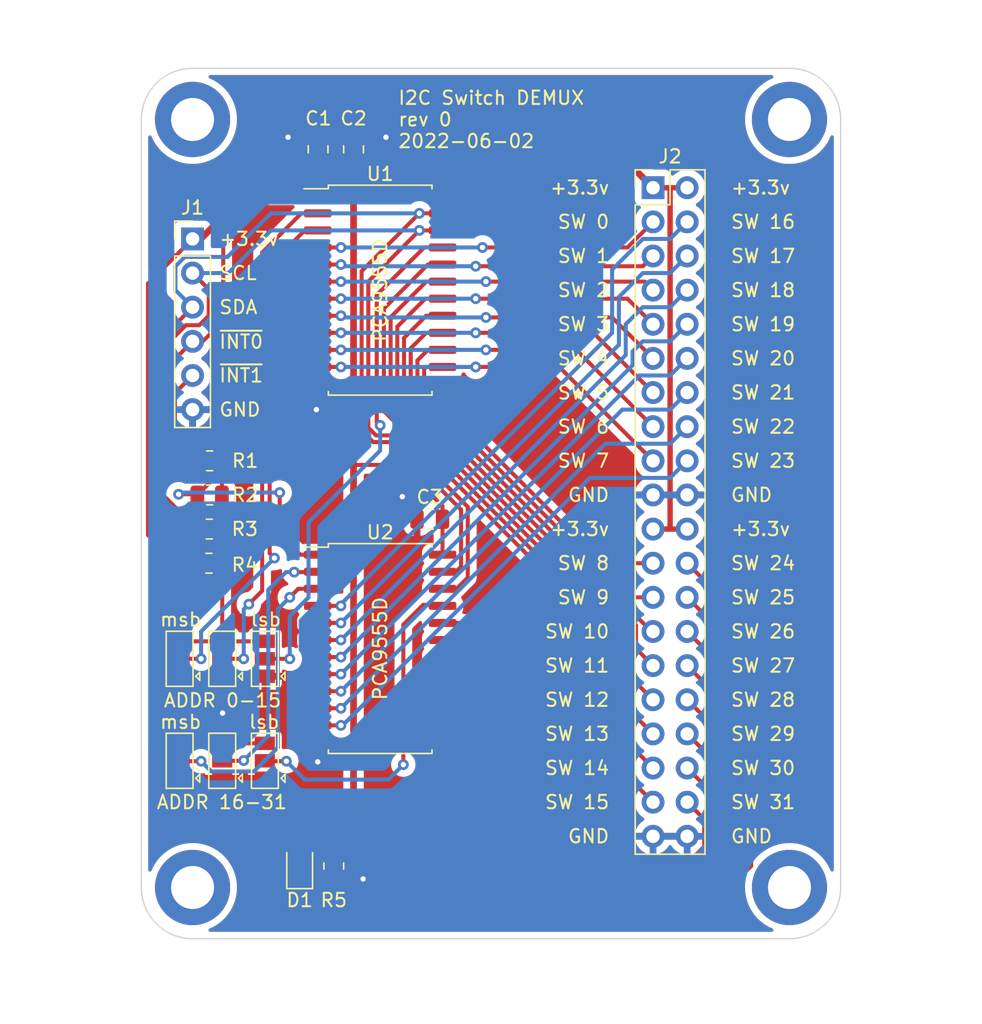
<source format=kicad_pcb>
(kicad_pcb (version 20211014) (generator pcbnew)
  (title_block (title "Switch MUX Breakout Board") (date "2022-06-02") (rev "0") (comment 2 "I2C switch mux") (comment 3 "Breakout board for prototyping functionality") (comment 4 "Drawn by: Jordan Aceto"))
  (layers (0 "F.Cu" signal) (31 "B.Cu" signal) (34 "B.Paste" user) (35 "F.Paste" user) (36 "B.SilkS" user "B.Silkscreen") (37 "F.SilkS" user "F.Silkscreen") (38 "B.Mask" user) (39 "F.Mask" user) (44 "Edge.Cuts" user))
  (net 0 "")
  (net 1 "Net-(D1-Pad1)")
  (net 2 "/SCL")
  (net 3 "/SDA")
  (net 4 "/~{INT 0-15}")
  (net 5 "/~{INT 16-31}")
  (net 6 "/A0 0-15")
  (net 7 "/A1 0-15")
  (net 8 "/A2 0-15")
  (net 9 "/A0 16-31")
  (net 10 "/SW0")
  (net 11 "/SW16")
  (net 12 "/SW1")
  (net 13 "/SW17")
  (net 14 "/SW2")
  (net 15 "/SW18")
  (net 16 "/SW3")
  (net 17 "/SW19")
  (net 18 "/SW4")
  (net 19 "/SW20")
  (net 20 "/SW5")
  (net 21 "/SW21")
  (net 22 "/SW6")
  (net 23 "/SW22")
  (net 24 "/SW7")
  (net 25 "/SW23")
  (net 26 "/SW8")
  (net 27 "/SW24")
  (net 28 "/SW9")
  (net 29 "/SW25")
  (net 30 "/SW10")
  (net 31 "/SW26")
  (net 32 "/SW11")
  (net 33 "/SW27")
  (net 34 "/SW12")
  (net 35 "/SW28")
  (net 36 "/SW13")
  (net 37 "/SW29")
  (net 38 "/SW14")
  (net 39 "/SW30")
  (net 40 "/SW15")
  (net 41 "/SW31")
  (net 42 "/A1 16-31")
  (net 43 "/A2 16-31")
  (net 44 "+3V3")
  (net 45 "GND")
  (footprint "Jumper:SolderJumper-3_P1.3mm_Open_Pad1.0x1.5mm" (layer "F.Cu") (at 119.6848 99.822 90)
    (fp_text reference "JP4" hide)
    (fp_text value "SolderJumper_3_Open")
  )
  (footprint "Capacitor_SMD:C_0805_2012Metric" (layer "F.Cu") (at 123.6472 61.91 90)
    (fp_text reference "C1")
    (fp_text value "10u")
  )
  (footprint "LED_SMD:LED_0805_2012Metric" (layer "F.Cu") (at 122.2756 115.2398 90)
    (fp_text reference "D1")
    (fp_text value "LED")
  )
  (footprint "Resistor_SMD:R_0805_2012Metric" (layer "F.Cu") (at 115.57 85.09 180)
    (fp_text reference "R1")
    (fp_text value "10k")
  )
  (footprint "Jumper:SolderJumper-3_P1.3mm_Open_Pad1.0x1.5mm" (layer "F.Cu") (at 116.5098 99.822 90)
    (fp_text reference "JP3" hide)
    (fp_text value "SolderJumper_3_Open")
  )
  (footprint "Connector_PinHeader_2.54mm:PinHeader_1x06_P2.54mm_Vertical" (layer "F.Cu") (at 114.3 68.58)
    (fp_text reference "J1")
    (fp_text value "rpi_port")
  )
  (footprint "Package_SO:SOIC-24W_7.5x15.4mm_P1.27mm" (layer "F.Cu") (at 128.27 99.06)
    (fp_text reference "U2")
    (fp_text value "PCA9555D")
  )
  (footprint "Jumper:SolderJumper-3_P1.3mm_Open_Pad1.0x1.5mm" (layer "F.Cu") (at 119.6848 107.412 90)
    (fp_text reference "JP7" hide)
    (fp_text value "SolderJumper_3_Open")
  )
  (footprint "MountingHole:MountingHole_3.2mm_M3_DIN965_Pad" (layer "F.Cu") (at 158.75 59.69)
    (fp_text reference "REF**" hide)
    (fp_text value "MountingHole_3.2mm_M3_DIN965_Pad")
  )
  (footprint "Resistor_SMD:R_0805_2012Metric" (layer "F.Cu") (at 115.57 87.63 180)
    (fp_text reference "R2")
    (fp_text value "10k")
  )
  (footprint "Capacitor_SMD:C_0805_2012Metric" (layer "F.Cu") (at 131.9632 89.4334 180)
    (fp_text reference "C3")
    (fp_text value "100n")
  )
  (footprint "MountingHole:MountingHole_3.2mm_M3_DIN965_Pad" (layer "F.Cu") (at 158.75 116.84)
    (fp_text reference "REF**" hide)
    (fp_text value "MountingHole_3.2mm_M3_DIN965_Pad")
  )
  (footprint "Jumper:SolderJumper-3_P1.3mm_Open_Pad1.0x1.5mm" (layer "F.Cu") (at 113.3348 99.822 90)
    (fp_text reference "JP2" hide)
    (fp_text value "SolderJumper_3_Open")
  )
  (footprint "Resistor_SMD:R_0805_2012Metric" (layer "F.Cu") (at 124.8156 115.2421 -90)
    (fp_text reference "R5")
    (fp_text value "10k")
  )
  (footprint "Resistor_SMD:R_0805_2012Metric" (layer "F.Cu") (at 115.523 92.71 180)
    (fp_text reference "R4")
    (fp_text value "10k")
  )
  (footprint "MountingHole:MountingHole_3.2mm_M3_DIN965_Pad" (layer "F.Cu") (at 114.3 116.84)
    (fp_text reference "REF**" hide)
    (fp_text value "MountingHole_3.2mm_M3_DIN965_Pad")
  )
  (footprint "Capacitor_SMD:C_0805_2012Metric" (layer "F.Cu") (at 126.2888 61.91 90)
    (fp_text reference "C2")
    (fp_text value "100n")
  )
  (footprint "Resistor_SMD:R_0805_2012Metric" (layer "F.Cu") (at 115.5465 90.17 180)
    (fp_text reference "R3")
    (fp_text value "10k")
  )
  (footprint "Jumper:SolderJumper-3_P1.3mm_Open_Pad1.0x1.5mm" (layer "F.Cu") (at 113.3348 107.412 90)
    (fp_text reference "JP5" hide)
    (fp_text value "SolderJumper_3_Open")
  )
  (footprint "Package_SO:SOIC-24W_7.5x15.4mm_P1.27mm" (layer "F.Cu") (at 128.27 72.39)
    (fp_text reference "U1")
    (fp_text value "PCA9555D")
  )
  (footprint "Jumper:SolderJumper-3_P1.3mm_Open_Pad1.0x1.5mm" (layer "F.Cu") (at 116.5098 107.412 90)
    (fp_text reference "JP6" hide)
    (fp_text value "SolderJumper_3_Open")
  )
  (footprint "Connector_PinHeader_2.54mm:PinHeader_2x20_P2.54mm_Vertical" (layer "F.Cu") (at 148.59 64.77)
    (fp_text reference "J2")
    (fp_text value "LED_header")
  )
  (footprint "MountingHole:MountingHole_3.2mm_M3_DIN965_Pad" (layer "F.Cu") (at 114.3 59.69)
    (fp_text reference "REF**" hide)
    (fp_text value "MountingHole_3.2mm_M3_DIN965_Pad")
  )
  (gr_arc (start 110.489999 59.689999) (mid 111.605922 56.995922) (end 114.299999 55.879999) (layer "Edge.Cuts") (width 0.1))
  (gr_line (start 114.299999 55.88) (end 158.75 55.880001) (layer "Edge.Cuts") (width 0.1))
  (gr_arc (start 114.299997 120.649997) (mid 111.605923 119.534073) (end 110.489997 116.839997) (layer "Edge.Cuts") (width 0.1))
  (gr_line (start 162.559997 116.84) (end 162.56 59.69) (layer "Edge.Cuts") (width 0.1))
  (gr_line (start 114.299997 120.649997) (end 158.749998 120.649998) (layer "Edge.Cuts") (width 0.1))
  (gr_line (start 110.489997 116.839997) (end 110.489999 59.689999) (layer "Edge.Cuts") (width 0.1))
  (gr_arc (start 158.75 55.88) (mid 161.444077 56.995923) (end 162.56 59.69) (layer "Edge.Cuts") (width 0.1))
  (gr_arc (start 162.559997 116.84) (mid 161.444074 119.534076) (end 158.749997 120.65) (layer "Edge.Cuts") (width 0.1))
  (gr_text "GND" (at 116.205 81.28) (layer "F.SilkS") (effects (font (size 1 1)) (justify left)))
  (gr_text "SW 10" (at 145.415 97.79) (layer "F.SilkS") (effects (font (size 1 1)) (justify right)))
  (gr_text "msb" (at 113.411 104.521) (layer "F.SilkS") (effects (font (size 1 1))))
  (gr_text "SW 25" (at 154.305 95.25) (layer "F.SilkS") (effects (font (size 1 1)) (justify left)))
  (gr_text "ADDR 0-15" (at 116.5352 102.9208) (layer "F.SilkS") (effects (font (size 1 1))))
  (gr_text "SW 28" (at 154.305 102.87) (layer "F.SilkS") (effects (font (size 1 1)) (justify left)))
  (gr_text "SW 21" (at 154.305 80.01) (layer "F.SilkS") (effects (font (size 1 1)) (justify left)))
  (gr_text "SW 8" (at 145.415 92.71) (layer "F.SilkS") (effects (font (size 1 1)) (justify right)))
  (gr_text "SW 7" (at 145.415 85.09) (layer "F.SilkS") (effects (font (size 1 1)) (justify right)))
  (gr_text "SW 24" (at 154.305 92.71) (layer "F.SilkS") (effects (font (size 1 1)) (justify left)))
  (gr_text "SCL" (at 116.205 71.12) (layer "F.SilkS") (effects (font (size 1 1)) (justify left)))
  (gr_text "SW 18" (at 154.305 72.39) (layer "F.SilkS") (effects (font (size 1 1)) (justify left)))
  (gr_text "SW 14" (at 145.415 107.95) (layer "F.SilkS") (effects (font (size 1 1)) (justify right)))
  (gr_text "GND" (at 145.415 87.63) (layer "F.SilkS") (effects (font (size 1 1)) (justify right)))
  (gr_text "lsb" (at 119.634 104.521) (layer "F.SilkS") (effects (font (size 1 1))))
  (gr_text "PCA9555D" (at 128.27 99.06 90) (layer "F.SilkS") (effects (font (size 1 1))))
  (gr_text "I2C Switch DEMUX\nrev 0\n2022-06-02" (at 129.54 59.69) (layer "F.SilkS") (effects (font (size 1 1)) (justify left)))
  (gr_text "SW 19" (at 154.305 74.93) (layer "F.SilkS") (effects (font (size 1 1)) (justify left)))
  (gr_text "SW 9" (at 145.415 95.25) (layer "F.SilkS") (effects (font (size 1 1)) (justify right)))
  (gr_text "+3.3v" (at 145.415 64.77) (layer "F.SilkS") (effects (font (size 1 1)) (justify right)))
  (gr_text "SW 13" (at 145.415 105.41) (layer "F.SilkS") (effects (font (size 1 1)) (justify right)))
  (gr_text "SW 20" (at 154.305 77.47) (layer "F.SilkS") (effects (font (size 1 1)) (justify left)))
  (gr_text "SW 12" (at 145.415 102.87) (layer "F.SilkS") (effects (font (size 1 1)) (justify right)))
  (gr_text "PCA9555D" (at 128.27 72.39 90) (layer "F.SilkS") (effects (font (size 1 1))))
  (gr_text "+3.3v" (at 154.305 90.17) (layer "F.SilkS") (effects (font (size 1 1)) (justify left)))
  (gr_text "+3.3v" (at 145.415 90.17) (layer "F.SilkS") (effects (font (size 1 1)) (justify right)))
  (gr_text "SW 26" (at 154.305 97.79) (layer "F.SilkS") (effects (font (size 1 1)) (justify left)))
  (gr_text "SW 2" (at 145.415 72.39) (layer "F.SilkS") (effects (font (size 1 1)) (justify right)))
  (gr_text "GND" (at 154.305 87.63) (layer "F.SilkS") (effects (font (size 1 1)) (justify left)))
  (gr_text "~{INT1}" (at 116.205 78.74) (layer "F.SilkS") (effects (font (size 1 1)) (justify left)))
  (gr_text "GND" (at 145.415 113.03) (layer "F.SilkS") (effects (font (size 1 1)) (justify right)))
  (gr_text "SW 29" (at 154.305 105.41) (layer "F.SilkS") (effects (font (size 1 1)) (justify left)))
  (gr_text "lsb" (at 119.761 96.901) (layer "F.SilkS") (effects (font (size 1 1))))
  (gr_text "SW 6" (at 145.415 82.55) (layer "F.SilkS") (effects (font (size 1 1)) (justify right)))
  (gr_text "~{INT0}" (at 116.205 76.23) (layer "F.SilkS") (effects (font (size 1 1)) (justify left)))
  (gr_text "GND" (at 154.305 113.03) (layer "F.SilkS") (effects (font (size 1 1)) (justify left)))
  (gr_text "SW 4" (at 145.415 77.47) (layer "F.SilkS") (effects (font (size 1 1)) (justify right)))
  (gr_text "msb" (at 113.411 96.901) (layer "F.SilkS") (effects (font (size 1 1))))
  (gr_text "SW 31" (at 154.305 110.49) (layer "F.SilkS") (effects (font (size 1 1)) (justify left)))
  (gr_text "SW 15" (at 145.415 110.49) (layer "F.SilkS") (effects (font (size 1 1)) (justify right)))
  (gr_text "+3.3v" (at 116.205 68.58) (layer "F.SilkS") (effects (font (size 1 1)) (justify left)))
  (gr_text "SDA" (at 116.205 73.66) (layer "F.SilkS") (effects (font (size 1 1)) (justify left)))
  (gr_text "SW 1" (at 145.415 69.85) (layer "F.SilkS") (effects (font (size 1 1)) (justify right)))
  (gr_text "SW 30" (at 154.305 107.95) (layer "F.SilkS") (effects (font (size 1 1)) (justify left)))
  (gr_text "SW 17" (at 154.305 69.85) (layer "F.SilkS") (effects (font (size 1 1)) (justify left)))
  (gr_text "SW 27" (at 154.305 100.33) (layer "F.SilkS") (effects (font (size 1 1)) (justify left)))
  (gr_text "+3.3v" (at 154.305 64.77) (layer "F.SilkS") (effects (font (size 1 1)) (justify left)))
  (gr_text "SW 5" (at 145.415 80.01) (layer "F.SilkS") (effects (font (size 1 1)) (justify right)))
  (gr_text "SW 22" (at 154.305 82.55) (layer "F.SilkS") (effects (font (size 1 1)) (justify left)))
  (gr_text "SW 23" (at 154.305 85.09) (layer "F.SilkS") (effects (font (size 1 1)) (justify left)))
  (gr_text "SW 0" (at 145.415 67.31) (layer "F.SilkS") (effects (font (size 1 1)) (justify right)))
  (gr_text "ADDR 16-31" (at 116.4844 110.49) (layer "F.SilkS") (effects (font (size 1 1))))
  (gr_text "SW 11" (at 145.415 100.33) (layer "F.SilkS") (effects (font (size 1 1)) (justify right)))
  (gr_text "SW 16" (at 154.305 67.31) (layer "F.SilkS") (effects (font (size 1 1)) (justify left)))
  (gr_text "SW 3" (at 145.415 74.93) (layer "F.SilkS") (effects (font (size 1 1)) (justify right)))
  (segment (start 122.9679 116.1773) (end 124.8156 114.3296) (width 0.3) (layer "F.Cu") (net 1))
  (segment (start 122.2756 116.1773) (end 122.9679 116.1773) (width 0.3) (layer "F.Cu") (net 1))
  (segment (start 132.92 67.945) (end 131.191 67.945) (width 0.3) (layer "F.Cu") (net 2))
  (segment (start 115.499511 72.319511) (end 115.499511 74.297833) (width 0.3) (layer "F.Cu") (net 2))
  (segment (start 134.79404 93.78056) (end 133.9596 94.615) (width 0.3) (layer "F.Cu") (net 2))
  (segment (start 127.959541 83.197911) (end 129.476711 83.197911) (width 0.3) (layer "F.Cu") (net 2))
  (segment (start 111.980161 76.823473) (end 111.980161 87.516161) (width 0.3) (layer "F.Cu") (net 2))
  (segment (start 129.476711 83.197911) (end 134.79404 88.51524) (width 0.3) (layer "F.Cu") (net 2))
  (segment (start 115.499511 74.297833) (end 114.796855 75.000489) (width 0.3) (layer "F.Cu") (net 2))
  (segment (start 133.9596 94.615) (end 132.92 94.615) (width 0.3) (layer "F.Cu") (net 2))
  (segment (start 134.79404 88.51524) (end 134.79404 93.78056) (width 0.3) (layer "F.Cu") (net 2))
  (segment (start 131.191 67.945) (end 127.38784 71.74816) (width 0.3) (layer "F.Cu") (net 2))
  (segment (start 113.803145 75.000489) (end 111.980161 76.823473) (width 0.3) (layer "F.Cu") (net 2))
  (segment (start 111.980161 87.516161) (end 114.634 90.17) (width 0.3) (layer "F.Cu") (net 2))
  (segment (start 114.796855 75.000489) (end 113.803145 75.000489) (width 0.3) (layer "F.Cu") (net 2))
  (segment (start 114.3 71.12) (end 115.499511 72.319511) (width 0.3) (layer "F.Cu") (net 2))
  (segment (start 127.38784 82.62621) (end 127.959541 83.197911) (width 0.3) (layer "F.Cu") (net 2))
  (segment (start 127.38784 71.74816) (end 127.38784 82.62621) (width 0.3) (layer "F.Cu") (net 2))
  (via (at 131.191 67.945) (size 0.8) (drill 0.4) (layers "F.Cu" "B.Cu") (net 2))
  (segment (start 116.967 71.12) (end 114.3 71.12) (width 0.3) (layer "B.Cu") (net 2))
  (segment (start 120.142 67.945) (end 116.967 71.12) (width 0.3) (layer "B.Cu") (net 2))
  (segment (start 131.191 67.945) (end 120.142 67.945) (width 0.3) (layer "B.Cu") (net 2))
  (segment (start 126.88832 70.97768) (end 131.191 66.675) (width 0.3) (layer "F.Cu") (net 3))
  (segment (start 126.88832 82.833117) (end 126.88832 70.97768) (width 0.3) (layer "F.Cu") (net 3))
  (segment (start 134.29452 88.722148) (end 129.269802 83.69743) (width 0.3) (layer "F.Cu") (net 3))
  (segment (start 111.480641 76.479359) (end 114.3 73.66) (width 0.3) (layer "F.Cu") (net 3))
  (segment (start 127.752632 83.69743) (end 126.88832 82.833117) (width 0.3) (layer "F.Cu") (net 3))
  (segment (start 111.480641 89.580141) (end 111.480641 76.479359) (width 0.3) (layer "F.Cu") (net 3))
  (segment (start 132.92 93.345) (end 133.9088 93.345) (width 0.3) (layer "F.Cu") (net 3))
  (segment (start 132.92 66.675) (end 131.191 66.675) (width 0.3) (layer "F.Cu") (net 3))
  (segment (start 129.269802 83.69743) (end 127.752632 83.69743) (width 0.3) (layer "F.Cu") (net 3))
  (segment (start 133.9088 93.345) (end 134.29452 92.95928) (width 0.3) (layer "F.Cu") (net 3))
  (segment (start 114.6105 92.71) (end 111.480641 89.580141) (width 0.3) (layer "F.Cu") (net 3))
  (segment (start 134.29452 92.95928) (end 134.29452 88.722148) (width 0.3) (layer "F.Cu") (net 3))
  (via (at 131.191 66.675) (size 0.8) (drill 0.4) (layers "F.Cu" "B.Cu") (net 3))
  (segment (start 120.142 66.675) (end 116.896511 69.920489) (width 0.3) (layer "B.Cu") (net 3))
  (segment (start 131.191 66.675) (end 120.142 66.675) (width 0.3) (layer "B.Cu") (net 3))
  (segment (start 113.03 72.39) (end 114.3 73.66) (width 0.3) (layer "B.Cu") (net 3))
  (segment (start 113.03 70.612) (end 113.03 72.39) (width 0.3) (layer "B.Cu") (net 3))
  (segment (start 113.721511 69.920489) (end 113.03 70.612) (width 0.3) (layer "B.Cu") (net 3))
  (segment (start 116.896511 69.920489) (end 113.721511 69.920489) (width 0.3) (layer "B.Cu") (net 3))
  (segment (start 114.3 76.2) (end 115.062 76.2) (width 0.3) (layer "F.Cu") (net 4))
  (segment (start 119.3546 65.405) (end 123.62 65.405) (width 0.3) (layer "F.Cu") (net 4))
  (segment (start 112.47968 84.33648) (end 112.47968 78.02032) (width 0.3) (layer "F.Cu") (net 4))
  (segment (start 116.586 68.1736) (end 119.3546 65.405) (width 0.3) (layer "F.Cu") (net 4))
  (segment (start 113.2332 85.09) (end 112.47968 84.33648) (width 0.3) (layer "F.Cu") (net 4))
  (segment (start 115.062 76.2) (end 116.586 74.676) (width 0.3) (layer "F.Cu") (net 4))
  (segment (start 114.6575 85.09) (end 113.2332 85.09) (width 0.3) (layer "F.Cu") (net 4))
  (segment (start 112.47968 78.02032) (end 114.3 76.2) (width 0.3) (layer "F.Cu") (net 4))
  (segment (start 116.586 74.676) (end 116.586 68.1736) (width 0.3) (layer "F.Cu") (net 4))
  (segment (start 120.7899 90.5385) (end 122.3264 92.075) (width 0.3) (layer "F.Cu") (net 5))
  (segment (start 115.168329 84.04048) (end 113.65688 84.04048) (width 0.3) (layer "F.Cu") (net 5))
  (segment (start 112.9792 83.3628) (end 112.9792 80.0608) (width 0.3) (layer "F.Cu") (net 5))
  (segment (start 113.2586 87.5792) (end 114.6067 87.5792) (width 0.3) (layer "F.Cu") (net 5))
  (segment (start 114.6067 87.5792) (end 114.6575 87.63) (width 0.3) (layer "F.Cu") (net 5))
  (segment (start 120.7899 87.4522) (end 120.7899 90.5385) (width 0.3) (layer "F.Cu") (net 5))
  (segment (start 115.51952 84.391671) (end 115.168329 84.04048) (width 0.3) (layer "F.Cu") (net 5))
  (segment (start 113.65688 84.04048) (end 112.9792 83.3628) (width 0.3) (layer "F.Cu") (net 5))
  (segment (start 122.3264 92.075) (end 123.62 92.075) (width 0.3) (layer "F.Cu") (net 5))
  (segment (start 114.6575 87.63) (end 115.51952 86.76798) (width 0.3) (layer "F.Cu") (net 5))
  (segment (start 115.51952 86.76798) (end 115.51952 84.391671) (width 0.3) (layer "F.Cu") (net 5))
  (segment (start 112.9792 80.0608) (end 114.3 78.74) (width 0.3) (layer "F.Cu") (net 5))
  (via (at 113.2586 87.5792) (size 0.8) (drill 0.4) (layers "F.Cu" "B.Cu") (net 5))
  (via (at 120.7899 87.4522) (size 0.8) (drill 0.4) (layers "F.Cu" "B.Cu") (net 5))
  (segment (start 120.7899 87.4522) (end 113.3856 87.4522) (width 0.3) (layer "B.Cu") (net 5))
  (segment (start 113.3856 87.4522) (end 113.2586 87.5792) (width 0.3) (layer "B.Cu") (net 5))
  (segment (start 128.016 72.7456) (end 131.5466 69.215) (width 0.3) (layer "F.Cu") (net 6))
  (segment (start 121.539 99.822) (end 119.6848 99.822) (width 0.3) (layer "F.Cu") (net 6))
  (segment (start 128.016 72.7456) (end 128.016 82.1944) (width 0.3) (layer "F.Cu") (net 6))
  (segment (start 128.016 82.1944) (end 128.27 82.4484) (width 0.3) (layer "F.Cu") (net 6))
  (segment (start 132.92 69.215) (end 131.5466 69.215) (width 0.3) (layer "F.Cu") (net 6))
  (via (at 121.539 99.822) (size 0.8) (drill 0.4) (layers "F.Cu" "B.Cu") (net 6))
  (via (at 128.27 82.4484) (size 0.8) (drill 0.4) (layers "F.Cu" "B.Cu") (net 6))
  (segment (start 122.936 95.25) (end 121.539 96.647) (width 0.3) (layer "B.Cu") (net 6))
  (segment (start 128.27 84.328) (end 122.936 89.662) (width 0.3) (layer "B.Cu") (net 6))
  (segment (start 122.936 89.662) (end 122.936 95.25) (width 0.3) (layer "B.Cu") (net 6))
  (segment (start 128.27 82.4484) (end 128.27 84.328) (width 0.3) (layer "B.Cu") (net 6))
  (segment (start 121.539 96.647) (end 121.539 99.822) (width 0.3) (layer "B.Cu") (net 6))
  (segment (start 116.5098 99.822) (end 118.11 99.822) (width 0.3) (layer "F.Cu") (net 7))
  (segment (start 119.4816 69.596) (end 122.4026 66.675) (width 0.3) (layer "F.Cu") (net 7))
  (segment (start 122.4026 66.675) (end 123.62 66.675) (width 0.3) (layer "F.Cu") (net 7))
  (segment (start 118.491 95.758) (end 119.4816 94.7674) (width 0.3) (layer "F.Cu") (net 7))
  (segment (start 119.4816 94.7674) (end 119.4816 69.596) (width 0.3) (layer "F.Cu") (net 7))
  (via (at 118.491 95.758) (size 0.8) (drill 0.4) (layers "F.Cu" "B.Cu") (net 7))
  (via (at 118.11 99.822) (size 0.8) (drill 0.4) (layers "F.Cu" "B.Cu") (net 7))
  (segment (start 118.11 96.139) (end 118.11 99.822) (width 0.3) (layer "B.Cu") (net 7))
  (segment (start 118.491 95.758) (end 118.11 96.139) (width 0.3) (layer "B.Cu") (net 7))
  (segment (start 120.040389 91.973389) (end 120.040389 70.561211) (width 0.3) (layer "F.Cu") (net 8))
  (segment (start 120.040389 70.561211) (end 122.6566 67.945) (width 0.3) (layer "F.Cu") (net 8))
  (segment (start 122.6566 67.945) (end 123.62 67.945) (width 0.3) (layer "F.Cu") (net 8))
  (segment (start 113.3348 99.822) (end 114.935 99.822) (width 0.3) (layer "F.Cu") (net 8))
  (segment (start 120.396 92.329) (end 120.040389 91.973389) (width 0.3) (layer "F.Cu") (net 8))
  (via (at 114.935 99.822) (size 0.8) (drill 0.4) (layers "F.Cu" "B.Cu") (net 8))
  (via (at 120.396 92.329) (size 0.8) (drill 0.4) (layers "F.Cu" "B.Cu") (net 8))
  (segment (start 114.935 99.822) (end 114.935 97.79) (width 0.3) (layer "B.Cu") (net 8))
  (segment (start 114.935 97.79) (end 120.396 92.329) (width 0.3) (layer "B.Cu") (net 8))
  (segment (start 132.8438 95.8088) (end 132.92 95.885) (width 0.3) (layer "F.Cu") (net 9))
  (segment (start 121.285 107.442) (end 119.7148 107.442) (width 0.3) (layer "F.Cu") (net 9))
  (segment (start 119.7148 107.442) (end 119.6848 107.412) (width 0.3) (layer "F.Cu") (net 9))
  (segment (start 131.4704 95.8088) (end 132.8438 95.8088) (width 0.3) (layer "F.Cu") (net 9))
  (segment (start 129.9972 107.696) (end 129.9972 97.282) (width 0.3) (layer "F.Cu") (net 9))
  (segment (start 129.9972 97.282) (end 131.4704 95.8088) (width 0.3) (layer "F.Cu") (net 9))
  (via (at 129.9972 107.696) (size 0.8) (drill 0.4) (layers "F.Cu" "B.Cu") (net 9))
  (via (at 121.285 107.442) (size 0.8) (drill 0.4) (layers "F.Cu" "B.Cu") (net 9))
  (segment (start 122.6566 108.8136) (end 128.8796 108.8136) (width 0.3) (layer "B.Cu") (net 9))
  (segment (start 128.8796 108.8136) (end 129.9972 107.696) (width 0.3) (layer "B.Cu") (net 9))
  (segment (start 121.285 107.442) (end 122.6566 108.8136) (width 0.3) (layer "B.Cu") (net 9))
  (segment (start 146.685 69.215) (end 135.89 69.215) (width 0.3) (layer "F.Cu") (net 10))
  (segment (start 125.349 69.215) (end 123.62 69.215) (width 0.3) (layer "F.Cu") (net 10))
  (segment (start 148.59 67.31) (end 146.685 69.215) (width 0.3) (layer "F.Cu") (net 10))
  (via (at 135.89 69.215) (size 0.8) (drill 0.4) (layers "F.Cu" "B.Cu") (net 10))
  (via (at 125.349 69.215) (size 0.8) (drill 0.4) (layers "F.Cu" "B.Cu") (net 10))
  (segment (start 125.349 69.215) (end 135.89 69.215) (width 0.3) (layer "B.Cu") (net 10))
  (segment (start 123.62 95.885) (end 125.349 95.885) (width 0.3) (layer "F.Cu") (net 11))
  (via (at 125.349 95.885) (size 0.8) (drill 0.4) (layers "F.Cu" "B.Cu") (net 11))
  (segment (start 145.542 75.565) (end 125.349 95.758) (width 0.3) (layer "B.Cu") (net 11))
  (segment (start 145.542 70.866) (end 145.542 75.565) (width 0.3) (layer "B.Cu") (net 11))
  (segment (start 147.828 68.58) (end 145.542 70.866) (width 0.3) (layer "B.Cu") (net 11))
  (segment (start 149.86 68.58) (end 147.828 68.58) (width 0.3) (layer "B.Cu") (net 11))
  (segment (start 125.349 95.758) (end 125.349 95.885) (width 0.3) (layer "B.Cu") (net 11))
  (segment (start 151.13 67.31) (end 149.86 68.58) (width 0.3) (layer "B.Cu") (net 11))
  (segment (start 125.349 70.485) (end 123.62 70.485) (width 0.3) (layer "F.Cu") (net 12))
  (segment (start 148.59 69.85) (end 147.828 70.612) (width 0.3) (layer "F.Cu") (net 12))
  (segment (start 147.828 70.612) (end 135.382 70.612) (width 0.3) (layer "F.Cu") (net 12))
  (via (at 135.382 70.612) (size 0.8) (drill 0.4) (layers "F.Cu" "B.Cu") (net 12))
  (via (at 125.349 70.485) (size 0.8) (drill 0.4) (layers "F.Cu" "B.Cu") (net 12))
  (segment (start 125.349 70.485) (end 125.476 70.612) (width 0.3) (layer "B.Cu") (net 12))
  (segment (start 125.476 70.612) (end 135.382 70.612) (width 0.3) (layer "B.Cu") (net 12))
  (segment (start 123.62 97.155) (end 125.349 97.155) (width 0.3) (layer "F.Cu") (net 13))
  (via (at 125.349 97.155) (size 0.8) (drill 0.4) (layers "F.Cu" "B.Cu") (net 13))
  (segment (start 149.86 71.12) (end 147.828 71.12) (width 0.3) (layer "B.Cu") (net 13))
  (segment (start 146.05 76.454) (end 125.349 97.155) (width 0.3) (layer "B.Cu") (net 13))
  (segment (start 147.828 71.12) (end 146.05 72.898) (width 0.3) (layer "B.Cu") (net 13))
  (segment (start 151.13 69.85) (end 149.86 71.12) (width 0.3) (layer "B.Cu") (net 13))
  (segment (start 146.05 72.898) (end 146.05 76.454) (width 0.3) (layer "B.Cu") (net 13))
  (segment (start 136.144 71.755) (end 147.955 71.755) (width 0.3) (layer "F.Cu") (net 14))
  (segment (start 147.955 71.755) (end 148.59 72.39) (width 0.3) (layer "F.Cu") (net 14))
  (segment (start 125.349 71.755) (end 123.62 71.755) (width 0.3) (layer "F.Cu") (net 14))
  (via (at 136.144 71.755) (size 0.8) (drill 0.4) (layers "F.Cu" "B.Cu") (net 14))
  (via (at 125.349 71.755) (size 0.8) (drill 0.4) (layers "F.Cu" "B.Cu") (net 14))
  (segment (start 125.349 71.755) (end 136.144 71.755) (width 0.3) (layer "B.Cu") (net 14))
  (segment (start 123.62 98.425) (end 125.349 98.425) (width 0.3) (layer "F.Cu") (net 15))
  (via (at 125.349 98.425) (size 0.8) (drill 0.4) (layers "F.Cu" "B.Cu") (net 15))
  (segment (start 149.86 73.66) (end 147.828 73.66) (width 0.3) (layer "B.Cu") (net 15))
  (segment (start 151.13 72.39) (end 149.86 73.66) (width 0.3) (layer "B.Cu") (net 15))
  (segment (start 146.558 74.93) (end 146.558 77.216) (width 0.3) (layer "B.Cu") (net 15))
  (segment (start 146.558 77.216) (end 125.349 98.425) (width 0.3) (layer "B.Cu") (net 15))
  (segment (start 147.828 73.66) (end 146.558 74.93) (width 0.3) (layer "B.Cu") (net 15))
  (segment (start 135.382 73.025) (end 146.685 73.025) (width 0.3) (layer "F.Cu") (net 16))
  (segment (start 125.349 73.025) (end 123.62 73.025) (width 0.3) (layer "F.Cu") (net 16))
  (segment (start 146.685 73.025) (end 148.59 74.93) (width 0.3) (layer "F.Cu") (net 16))
  (via (at 135.382 73.025) (size 0.8) (drill 0.4) (layers "F.Cu" "B.Cu") (net 16))
  (via (at 125.349 73.025) (size 0.8) (drill 0.4) (layers "F.Cu" "B.Cu") (net 16))
  (segment (start 125.349 73.025) (end 135.382 73.025) (width 0.3) (layer "B.Cu") (net 16))
  (segment (start 123.62 99.695) (end 125.349 99.695) (width 0.3) (layer "F.Cu") (net 17))
  (via (at 125.349 99.695) (size 0.8) (drill 0.4) (layers "F.Cu" "B.Cu") (net 17))
  (segment (start 147.066 77.978) (end 125.349 99.695) (width 0.3) (layer "B.Cu") (net 17))
  (segment (start 149.86 76.2) (end 147.828 76.2) (width 0.3) (layer "B.Cu") (net 17))
  (segment (start 147.828 76.2) (end 147.066 76.962) (width 0.3) (layer "B.Cu") (net 17))
  (segment (start 147.066 76.962) (end 147.066 77.978) (width 0.3) (layer "B.Cu") (net 17))
  (segment (start 151.13 74.93) (end 149.86 76.2) (width 0.3) (layer "B.Cu") (net 17))
  (segment (start 145.542 74.422) (end 136.144 74.422) (width 0.3) (layer "F.Cu") (net 18))
  (segment (start 148.59 77.47) (end 145.542 74.422) (width 0.3) (layer "F.Cu") (net 18))
  (segment (start 125.349 74.295) (end 123.62 74.295) (width 0.3) (layer "F.Cu") (net 18))
  (via (at 136.144 74.422) (size 0.8) (drill 0.4) (layers "F.Cu" "B.Cu") (net 18))
  (via (at 125.349 74.295) (size 0.8) (drill 0.4) (layers "F.Cu" "B.Cu") (net 18))
  (segment (start 125.349 74.295) (end 125.476 74.422) (width 0.3) (layer "B.Cu") (net 18))
  (segment (start 125.476 74.422) (end 136.144 74.422) (width 0.3) (layer "B.Cu") (net 18))
  (segment (start 123.62 100.965) (end 125.349 100.965) (width 0.3) (layer "F.Cu") (net 19))
  (via (at 125.349 100.965) (size 0.8) (drill 0.4) (layers "F.Cu" "B.Cu") (net 19))
  (segment (start 147.574 78.74) (end 125.349 100.965) (width 0.3) (layer "B.Cu") (net 19))
  (segment (start 149.86 78.74) (end 147.574 78.74) (width 0.3) (layer "B.Cu") (net 19))
  (segment (start 151.13 77.47) (end 149.86 78.74) (width 0.3) (layer "B.Cu") (net 19))
  (segment (start 148.59 80.01) (end 144.145 75.565) (width 0.3) (layer "F.Cu") (net 20))
  (segment (start 144.145 75.565) (end 135.382 75.565) (width 0.3) (layer "F.Cu") (net 20))
  (segment (start 125.349 75.565) (end 123.62 75.565) (width 0.3) (layer "F.Cu") (net 20))
  (via (at 135.382 75.565) (size 0.8) (drill 0.4) (layers "F.Cu" "B.Cu") (net 20))
  (via (at 125.349 75.565) (size 0.8) (drill 0.4) (layers "F.Cu" "B.Cu") (net 20))
  (segment (start 125.349 75.565) (end 135.382 75.565) (width 0.3) (layer "B.Cu") (net 20))
  (segment (start 123.62 102.235) (end 125.349 102.235) (width 0.3) (layer "F.Cu") (net 21))
  (via (at 125.349 102.235) (size 0.8) (drill 0.4) (layers "F.Cu" "B.Cu") (net 21))
  (segment (start 146.304 81.28) (end 125.349 102.235) (width 0.3) (layer "B.Cu") (net 21))
  (segment (start 151.13 80.01) (end 149.86 81.28) (width 0.3) (layer "B.Cu") (net 21))
  (segment (start 149.86 81.28) (end 146.304 81.28) (width 0.3) (layer "B.Cu") (net 21))
  (segment (start 142.875 76.835) (end 148.59 82.55) (width 0.3) (layer "F.Cu") (net 22))
  (segment (start 125.349 76.835) (end 123.62 76.835) (width 0.3) (layer "F.Cu") (net 22))
  (segment (start 136.144 76.835) (end 142.875 76.835) (width 0.3) (layer "F.Cu") (net 22))
  (via (at 125.349 76.835) (size 0.8) (drill 0.4) (layers "F.Cu" "B.Cu") (net 22))
  (via (at 136.144 76.835) (size 0.8) (drill 0.4) (layers "F.Cu" "B.Cu") (net 22))
  (segment (start 125.349 76.835) (end 136.144 76.835) (width 0.3) (layer "B.Cu") (net 22))
  (segment (start 123.62 103.505) (end 125.349 103.505) (width 0.3) (layer "F.Cu") (net 23))
  (via (at 125.349 103.505) (size 0.8) (drill 0.4) (layers "F.Cu" "B.Cu") (net 23))
  (segment (start 149.86 83.82) (end 145.034 83.82) (width 0.3) (layer "B.Cu") (net 23))
  (segment (start 145.034 83.82) (end 125.349 103.505) (width 0.3) (layer "B.Cu") (net 23))
  (segment (start 151.13 82.55) (end 149.86 83.82) (width 0.3) (layer "B.Cu") (net 23))
  (segment (start 148.59 85.09) (end 141.605 78.105) (width 0.3) (layer "F.Cu") (net 24))
  (segment (start 125.349 78.105) (end 123.62 78.105) (width 0.3) (layer "F.Cu") (net 24))
  (segment (start 141.605 78.105) (end 135.382 78.105) (width 0.3) (layer "F.Cu") (net 24))
  (via (at 135.382 78.105) (size 0.8) (drill 0.4) (layers "F.Cu" "B.Cu") (net 24))
  (via (at 125.349 78.105) (size 0.8) (drill 0.4) (layers "F.Cu" "B.Cu") (net 24))
  (segment (start 125.349 78.105) (end 135.382 78.105) (width 0.3) (layer "B.Cu") (net 24))
  (segment (start 123.62 104.775) (end 125.349 104.775) (width 0.3) (layer "F.Cu") (net 25))
  (via (at 125.349 104.775) (size 0.8) (drill 0.4) (layers "F.Cu" "B.Cu") (net 25))
  (segment (start 149.86 86.36) (end 143.891 86.36) (width 0.3) (layer "B.Cu") (net 25))
  (segment (start 143.891 86.36) (end 125.476 104.775) (width 0.3) (layer "B.Cu") (net 25))
  (segment (start 125.476 104.775) (end 125.349 104.775) (width 0.3) (layer "B.Cu") (net 25))
  (segment (start 151.13 85.09) (end 149.86 86.36) (width 0.3) (layer "B.Cu") (net 25))
  (segment (start 132.92 79.375) (end 132.92 80.818288) (width 0.3) (layer "F.Cu") (net 26))
  (segment (start 132.92 80.818288) (end 144.811712 92.71) (width 0.3) (layer "F.Cu") (net 26))
  (segment (start 144.811712 92.71) (end 148.59 92.71) (width 0.3) (layer "F.Cu") (net 26))
  (segment (start 139.192 106.934) (end 138.303 106.045) (width 0.3) (layer "F.Cu") (net 27))
  (segment (start 151.13 92.71) (end 155.896577 97.476577) (width 0.3) (layer "F.Cu") (net 27))
  (segment (start 138.303 106.045) (end 132.92 106.045) (width 0.3) (layer "F.Cu") (net 27))
  (segment (start 152.832335 118.304572) (end 145.355572 118.304572) (width 0.3) (layer "F.Cu") (net 27))
  (segment (start 155.896577 97.476577) (end 155.896577 115.24033) (width 0.3) (layer "F.Cu") (net 27))
  (segment (start 145.355572 118.304572) (end 139.192 112.141) (width 0.3) (layer "F.Cu") (net 27))
  (segment (start 155.896577 115.24033) (end 152.832335 118.304572) (width 0.3) (layer "F.Cu") (net 27))
  (segment (start 139.192 112.141) (end 139.192 106.934) (width 0.3) (layer "F.Cu") (net 27))
  (segment (start 131.54548 80.150196) (end 146.645284 95.25) (width 0.3) (layer "F.Cu") (net 28))
  (segment (start 132.92 78.105) (end 131.699 78.105) (width 0.3) (layer "F.Cu") (net 28))
  (segment (start 146.645284 95.25) (end 148.59 95.25) (width 0.3) (layer "F.Cu") (net 28))
  (segment (start 131.699 78.105) (end 131.54548 78.25852) (width 0.3) (layer "F.Cu") (net 28))
  (segment (start 131.54548 78.25852) (end 131.54548 80.150196) (width 0.3) (layer "F.Cu") (net 28))
  (segment (start 132.92 104.775) (end 137.739415 104.775) (width 0.3) (layer "F.Cu") (net 29))
  (segment (start 139.7 111.942584) (end 145.562477 117.805061) (width 0.3) (layer "F.Cu") (net 29))
  (segment (start 139.7 106.735585) (end 139.7 111.942584) (width 0.3) (layer "F.Cu") (net 29))
  (segment (start 137.739415 104.775) (end 139.7 106.735585) (width 0.3) (layer "F.Cu") (net 29))
  (segment (start 155.397066 99.517066) (end 151.13 95.25) (width 0.3) (layer "F.Cu") (net 29))
  (segment (start 155.397066 115.033423) (end 155.397066 99.517066) (width 0.3) (layer "F.Cu") (net 29))
  (segment (start 152.625429 117.805062) (end 155.397066 115.033423) (width 0.3) (layer "F.Cu") (net 29))
  (segment (start 145.562477 117.805061) (end 152.625429 117.805062) (width 0.3) (layer "F.Cu") (net 29))
  (segment (start 148.478856 97.79) (end 148.59 97.79) (width 0.3) (layer "F.Cu") (net 30))
  (segment (start 131.04596 77.61504) (end 131.04596 80.357104) (width 0.3) (layer "F.Cu") (net 30))
  (segment (start 131.04596 80.357104) (end 148.478856 97.79) (width 0.3) (layer "F.Cu") (net 30))
  (segment (start 131.826 76.835) (end 131.04596 77.61504) (width 0.3) (layer "F.Cu") (net 30))
  (segment (start 132.92 76.835) (end 131.826 76.835) (width 0.3) (layer "F.Cu") (net 30))
  (segment (start 140.208 111.744168) (end 145.769382 117.30555) (width 0.3) (layer "F.Cu") (net 31))
  (segment (start 154.897555 114.826519) (end 154.897555 101.557555) (width 0.3) (layer "F.Cu") (net 31))
  (segment (start 140.208 106.426) (end 140.208 111.744168) (width 0.3) (layer "F.Cu") (net 31))
  (segment (start 132.92 103.505) (end 137.287 103.505) (width 0.3) (layer "F.Cu") (net 31))
  (segment (start 152.418524 117.305552) (end 154.897555 114.826519) (width 0.3) (layer "F.Cu") (net 31))
  (segment (start 154.897555 101.557555) (end 151.13 97.79) (width 0.3) (layer "F.Cu") (net 31))
  (segment (start 145.769382 117.30555) (end 152.418524 117.305552) (width 0.3) (layer "F.Cu") (net 31))
  (segment (start 137.287 103.505) (end 140.208 106.426) (width 0.3) (layer "F.Cu") (net 31))
  (segment (start 147.32 99.06) (end 148.59 100.33) (width 0.3) (layer "F.Cu") (net 32))
  (segment (start 130.54644 76.71756) (end 130.54644 80.564012) (width 0.3) (layer "F.Cu") (net 32))
  (segment (start 130.54644 80.564012) (end 147.32 97.337572) (width 0.3) (layer "F.Cu") (net 32))
  (segment (start 132.92 75.565) (end 131.699 75.565) (width 0.3) (layer "F.Cu") (net 32))
  (segment (start 147.32 97.337572) (end 147.32 99.06) (width 0.3) (layer "F.Cu") (net 32))
  (segment (start 131.699 75.565) (end 130.54644 76.71756) (width 0.3) (layer "F.Cu") (net 32))
  (segment (start 154.398044 114.619615) (end 154.398044 103.598044) (width 0.3) (layer "F.Cu") (net 33))
  (segment (start 152.211619 116.806042) (end 154.398044 114.619615) (width 0.3) (layer "F.Cu") (net 33))
  (segment (start 132.92 102.235) (end 136.779 102.235) (width 0.3) (layer "F.Cu") (net 33))
  (segment (start 154.398044 103.598044) (end 151.13 100.33) (width 0.3) (layer "F.Cu") (net 33))
  (segment (start 145.976287 116.806039) (end 152.211619 116.806042) (width 0.3) (layer "F.Cu") (net 33))
  (segment (start 140.716 106.172) (end 140.716 111.545752) (width 0.3) (layer "F.Cu") (net 33))
  (segment (start 136.779 102.235) (end 140.716 106.172) (width 0.3) (layer "F.Cu") (net 33))
  (segment (start 140.716 111.545752) (end 145.976287 116.806039) (width 0.3) (layer "F.Cu") (net 33))
  (segment (start 130.04692 80.77092) (end 146.812 97.536) (width 0.3) (layer "F.Cu") (net 34))
  (segment (start 131.699 74.295) (end 130.04692 75.94708) (width 0.3) (layer "F.Cu") (net 34))
  (segment (start 146.812 101.092) (end 148.59 102.87) (width 0.3) (layer "F.Cu") (net 34))
  (segment (start 130.04692 75.94708) (end 130.04692 80.77092) (width 0.3) (layer "F.Cu") (net 34))
  (segment (start 146.812 97.536) (end 146.812 101.092) (width 0.3) (layer "F.Cu") (net 34))
  (segment (start 132.92 74.295) (end 131.699 74.295) (width 0.3) (layer "F.Cu") (net 34))
  (segment (start 132.92 100.965) (end 136.271 100.965) (width 0.3) (layer "F.Cu") (net 35))
  (segment (start 141.224 111.347336) (end 146.183192 116.306528) (width 0.3) (layer "F.Cu") (net 35))
  (segment (start 152.004714 116.306532) (end 153.898533 114.412711) (width 0.3) (layer "F.Cu") (net 35))
  (segment (start 136.271 100.965) (end 141.224 105.918) (width 0.3) (layer "F.Cu") (net 35))
  (segment (start 153.898533 105.638533) (end 151.13 102.87) (width 0.3) (layer "F.Cu") (net 35))
  (segment (start 153.898533 114.412711) (end 153.898533 105.638533) (width 0.3) (layer "F.Cu") (net 35))
  (segment (start 146.183192 116.306528) (end 152.004714 116.306532) (width 0.3) (layer "F.Cu") (net 35))
  (segment (start 141.224 105.918) (end 141.224 111.347336) (width 0.3) (layer "F.Cu") (net 35))
  (segment (start 129.5474 80.977838) (end 146.304 97.734438) (width 0.3) (layer "F.Cu") (net 36))
  (segment (start 146.304 103.124) (end 148.59 105.41) (width 0.3) (layer "F.Cu") (net 36))
  (segment (start 146.304 97.734438) (end 146.304 103.124) (width 0.3) (layer "F.Cu") (net 36))
  (segment (start 131.627572 73.025) (end 129.5474 75.105172) (width 0.3) (layer "F.Cu") (net 36))
  (segment (start 132.92 73.025) (end 131.627572 73.025) (width 0.3) (layer "F.Cu") (net 36))
  (segment (start 129.5474 75.105172) (end 129.5474 80.977838) (width 0.3) (layer "F.Cu") (net 36))
  (segment (start 153.399022 114.205808) (end 153.399022 107.679022) (width 0.3) (layer "F.Cu") (net 37))
  (segment (start 141.732 105.664) (end 141.732 111.14892) (width 0.3) (layer "F.Cu") (net 37))
  (segment (start 153.399022 107.679022) (end 151.13 105.41) (width 0.3) (layer "F.Cu") (net 37))
  (segment (start 141.732 111.14892) (end 146.390097 115.807017) (width 0.3) (layer "F.Cu") (net 37))
  (segment (start 135.763 99.695) (end 141.732 105.664) (width 0.3) (layer "F.Cu") (net 37))
  (segment (start 151.79781 115.807021) (end 153.399022 114.205808) (width 0.3) (layer "F.Cu") (net 37))
  (segment (start 146.390097 115.807017) (end 151.79781 115.807021) (width 0.3) (layer "F.Cu") (net 37))
  (segment (start 132.92 99.695) (end 135.763 99.695) (width 0.3) (layer "F.Cu") (net 37))
  (segment (start 145.796 105.156) (end 148.59 107.95) (width 0.3) (layer "F.Cu") (net 38))
  (segment (start 132.92 71.755) (end 131.699 71.755) (width 0.3) (layer "F.Cu") (net 38))
  (segment (start 129.047881 74.406119) (end 129.047881 81.184735) (width 0.3) (layer "F.Cu") (net 38))
  (segment (start 129.047881 81.184735) (end 145.796 97.932854) (width 0.3) (layer "F.Cu") (net 38))
  (segment (start 131.699 71.755) (end 129.047881 74.406119) (width 0.3) (layer "F.Cu") (net 38))
  (segment (start 145.796 97.932854) (end 145.796 105.156) (width 0.3) (layer "F.Cu") (net 38))
  (segment (start 151.590905 115.307511) (end 152.899511 113.998904) (width 0.3) (layer "F.Cu") (net 39))
  (segment (start 152.899511 113.998904) (end 152.899511 109.719511) (width 0.3) (layer "F.Cu") (net 39))
  (segment (start 146.605096 115.307511) (end 151.590905 115.307511) (width 0.3) (layer "F.Cu") (net 39))
  (segment (start 132.92 98.425) (end 135.255 98.425) (width 0.3) (layer "F.Cu") (net 39))
  (segment (start 152.899511 109.719511) (end 151.13 107.95) (width 0.3) (layer "F.Cu") (net 39))
  (segment (start 142.24 105.41) (end 142.24 110.942416) (width 0.3) (layer "F.Cu") (net 39))
  (segment (start 135.255 98.425) (end 142.24 105.41) (width 0.3) (layer "F.Cu") (net 39))
  (segment (start 142.24 110.942416) (end 146.605096 115.307511) (width 0.3) (layer "F.Cu") (net 39))
  (segment (start 131.826 70.485) (end 132.92 70.485) (width 0.3) (layer "F.Cu") (net 40))
  (segment (start 148.59 110.49) (end 145.288 107.188) (width 0.3) (layer "F.Cu") (net 40))
  (segment (start 145.288 98.131281) (end 128.548362 81.391643) (width 0.3) (layer "F.Cu") (net 40))
  (segment (start 128.548362 73.762638) (end 131.826 70.485) (width 0.3) (layer "F.Cu") (net 40))
  (segment (start 145.288 107.188) (end 145.288 98.131281) (width 0.3) (layer "F.Cu") (net 40))
  (segment (start 128.548362 81.391643) (end 128.548362 73.762638) (width 0.3) (layer "F.Cu") (net 40))
  (segment (start 151.384 114.808) (end 152.4 113.792) (width 0.3) (layer "F.Cu") (net 41))
  (segment (start 152.4 113.792) (end 152.4 111.76) (width 0.3) (layer "F.Cu") (net 41))
  (segment (start 134.747 97.155) (end 142.739511 105.147511) (width 0.3) (layer "F.Cu") (net 41))
  (segment (start 132.92 97.155) (end 134.747 97.155) (width 0.3) (layer "F.Cu") (net 41))
  (segment (start 152.4 111.76) (end 151.13 110.49) (width 0.3) (layer "F.Cu") (net 41))
  (segment (start 142.739511 105.147511) (end 142.739511 110.735511) (width 0.3) (layer "F.Cu") (net 41))
  (segment (start 146.812 114.808) (end 151.384 114.808) (width 0.3) (layer "F.Cu") (net 41))
  (segment (start 142.739511 110.735511) (end 146.812 114.808) (width 0.3) (layer "F.Cu") (net 41))
  (segment (start 123.5946 93.3704) (end 123.62 93.345) (width 0.3) (layer "F.Cu") (net 42))
  (segment (start 116.5098 107.412) (end 118.0892 107.412) (width 0.3) (layer "F.Cu") (net 42))
  (segment (start 121.8692 93.3704) (end 123.5946 93.3704) (width 0.3) (layer "F.Cu") (net 42))
  (segment (start 118.0892 107.412) (end 118.11 107.3912) (width 0.3) (layer "F.Cu") (net 42))
  (via (at 121.8692 93.3704) (size 0.8) (drill 0.4) (layers "F.Cu" "B.Cu") (net 42))
  (via (at 118.11 107.3912) (size 0.8) (drill 0.4) (layers "F.Cu" "B.Cu") (net 42))
  (segment (start 118.11 107.3912) (end 119.9388 105.5624) (width 0.3) (layer "B.Cu") (net 42))
  (segment (start 121.2596 93.3704) (end 121.8692 93.3704) (width 0.3) (layer "B.Cu") (net 42))
  (segment (start 119.9388 105.5624) (end 119.9388 94.6912) (width 0.3) (layer "B.Cu") (net 42))
  (segment (start 119.9388 94.6912) (end 121.2596 93.3704) (width 0.3) (layer "B.Cu") (net 42))
  (segment (start 113.3648 107.442) (end 113.3348 107.412) (width 0.3) (layer "F.Cu") (net 43))
  (segment (start 114.935 107.442) (end 113.3648 107.442) (width 0.3) (layer "F.Cu") (net 43))
  (segment (start 122.174 94.615) (end 121.539 95.25) (width 0.3) (layer "F.Cu") (net 43))
  (segment (start 123.62 94.615) (end 122.174 94.615) (width 0.3) (layer "F.Cu") (net 43))
  (via (at 114.935 107.442) (size 0.8) (drill 0.4) (layers "F.Cu" "B.Cu") (net 43))
  (via (at 121.539 95.25) (size 0.8) (drill 0.4) (layers "F.Cu" "B.Cu") (net 43))
  (segment (start 118.872 108.204) (end 120.65 106.426) (width 0.3) (layer "B.Cu") (net 43))
  (segment (start 115.697 108.204) (end 118.872 108.204) (width 0.3) (layer "B.Cu") (net 43))
  (segment (start 120.65 96.139) (end 120.65 106.426) (width 0.3) (layer "B.Cu") (net 43))
  (segment (start 121.539 95.25) (end 120.65 96.139) (width 0.3) (layer "B.Cu") (net 43))
  (segment (start 115.697 108.204) (end 114.935 107.442) (width 0.3) (layer "B.Cu") (net 43))
  (segment (start 114.904351 94.5642) (end 113.74848 93.408329) (width 0.3) (layer "F.Cu") (net 44))
  (segment (start 126.2888 85.3948) (end 126.2888 110.2891) (width 0.5) (layer "F.Cu") (net 44))
  (segment (start 122.6362 62.86) (end 120.9294 64.5668) (width 0.5) (layer "F.Cu") (net 44))
  (segment (start 123.6472 62.86) (end 122.6362 62.86) (width 0.5) (layer "F.Cu") (net 44))
  (segment (start 132.92 65.405) (end 132.92 63.06) (width 0.3) (layer "F.Cu") (net 44))
  (segment (start 114.9096 68.58) (end 114.3 68.58) (width 0.5) (layer "F.Cu") (net 44))
  (segment (start 129.8448 85.3948) (end 126.2888 85.3948) (width 0.3) (layer "F.Cu") (net 44))
  (segment (start 113.74848 93.37768) (end 110.981122 90.610322) (width 0.3) (layer "F.Cu") (net 44))
  (segment (start 116.4825 92.663) (end 116.4355 92.71) (width 0.3) (layer "F.Cu") (net 44))
  (segment (start 126.2888 110.2891) (end 122.2756 114.3023) (width 0.5) (layer "F.Cu") (net 44))
  (segment (start 116.5098 94.615) (end 116.5098 98.522) (width 0.3) (layer "F.Cu") (net 44))
  (segment (start 132.9132 89.4334) (end 132.9132 88.4632) (width 0.3) (layer "F.Cu") (net 44))
  (segment (start 111.5822 105.41) (end 112.2842 106.112) (width 0.3) (layer "F.Cu") (net 44))
  (segment (start 119.6848 98.522) (end 113.3348 98.522) (width 0.3) (layer "F.Cu") (net 44))
  (segment (start 132.92 63.06) (end 132.72 62.86) (width 0.3) (layer "F.Cu") (net 44))
  (segment (start 111.5822 99.187) (end 111.5822 105.41) (width 0.3) (layer "F.Cu") (net 44))
  (segment (start 126.2888 62.86) (end 123.6472 62.86) (width 0.5) (layer "F.Cu") (net 44))
  (segment (start 112.2842 106.112) (end 113.3348 106.112) (width 0.3) (layer "F.Cu") (net 44))
  (segment (start 148.59 64.77) (end 149.86 64.77) (width 0.4) (layer "F.Cu") (net 44))
  (segment (start 113.3348 98.522) (end 112.2472 98.522) (width 0.3) (layer "F.Cu") (net 44))
  (segment (start 132.9132 92.0682) (end 132.92 92.075) (width 0.3) (layer "F.Cu") (net 44))
  (segment (start 132.9132 88.4632) (end 129.8448 85.3948) (width 0.3) (layer "F.Cu") (net 44))
  (segment (start 148.59 90.17) (end 149.86 90.17) (width 0.4) (layer "F.Cu") (net 44))
  (segment (start 112.2472 98.522) (end 111.5822 99.187) (width 0.3) (layer "F.Cu") (net 44))
  (segment (start 126.2888 85.3948) (end 126.2888 62.86) (width 0.5) (layer "F.Cu") (net 44))
  (segment (start 132.9132 89.4334) (end 132.9132 92.0682) (width 0.3) (layer "F.Cu") (net 44))
  (segment (start 116.4825 85.09) (end 116.4825 92.663) (width 0.3) (layer "F.Cu") (net 44))
  (segment (start 110.981122 90.610322) (end 110.981122 71.898878) (width 0.3) (layer "F.Cu") (net 44))
  (segment (start 149.86 90.17) (end 151.13 90.17) (width 0.4) (layer "F.Cu") (net 44))
  (segment (start 132.72 62.86) (end 146.68 62.86) (width 0.5) (layer "F.Cu") (net 44))
  (segment (start 110.981122 71.898878) (end 114.3 68.58) (width 0.3) (layer "F.Cu") (net 44))
  (segment (start 118.9228 64.5668) (end 114.9096 68.58) (width 0.5) (layer "F.Cu") (net 44))
  (segment (start 116.5098 92.7843) (end 116.5098 94.615) (width 0.3) (layer "F.Cu") (net 44))
  (segment (start 113.74848 93.408329) (end 113.74848 93.37768) (width 0.3) (layer "F.Cu") (net 44))
  (segment (start 116.4355 92.71) (end 116.5098 92.7843) (width 0.3) (layer "F.Cu") (net 44))
  (segment (start 126.2888 62.86) (end 132.72 62.86) (width 0.5) (layer "F.Cu") (net 44))
  (segment (start 149.86 90.17) (end 149.86 64.77) (width 0.4) (layer "F.Cu") (net 44))
  (segment (start 116.459 94.5642) (end 114.904351 94.5642) (width 0.3) (layer "F.Cu") (net 44))
  (segment (start 146.68 62.86) (end 148.59 64.77) (width 0.5) (layer "F.Cu") (net 44))
  (segment (start 119.6848 106.112) (end 113.3348 106.112) (width 0.3) (layer "F.Cu") (net 44))
  (segment (start 149.86 64.77) (end 151.13 64.77) (width 0.4) (layer "F.Cu") (net 44))
  (segment (start 116.5098 94.615) (end 116.459 94.5642) (width 0.3) (layer "F.Cu") (net 44))
  (segment (start 120.9294 64.5668) (end 118.9228 64.5668) (width 0.5) (layer "F.Cu") (net 44))
  (via (at 123.6218 107.4928) (size 0.8) (drill 0.4) (layers "F.Cu" "B.Cu") (net 45))
  (via (at 127 116.205) (size 0.8) (drill 0.4) (layers "F.Cu" "B.Cu") (net 45))
  (via (at 128.7018 61.0108) (size 0.8) (drill 0.4) (layers "F.Cu" "B.Cu") (net 45))
  (via (at 129.921 87.757) (size 0.8) (drill 0.4) (layers "F.Cu" "B.Cu") (net 45))
  (via (at 116.5352 103.8606) (size 0.8) (drill 0.4) (layers "F.Cu" "B.Cu") (net 45))
  (via (at 123.5202 81.28) (size 0.8) (drill 0.4) (layers "F.Cu" "B.Cu") (net 45))
  (via (at 121.412 61.0108) (size 0.8) (drill 0.4) (layers "F.Cu" "B.Cu") (net 45))
  (zone (net 45) (net_name "GND") (layer "F.Cu") (connect_pads (clearance 0.508)) (min_thickness 0.254) (fill yes (thermal_gap 0.508) (thermal_bridge_width 0.508))
    (polygon (pts (xy 165.1 124.46) (xy 106.68 124.46) (xy 106.68 53.34) (xy 165.1 53.34)))
  )
  (zone (net 45) (net_name "GND") (layer "B.Cu") (connect_pads (clearance 0.508)) (min_thickness 0.254) (fill yes (thermal_gap 0.508) (thermal_bridge_width 0.508))
    (polygon (pts (xy 167.64 127) (xy 104.14 127) (xy 104.14 50.8) (xy 167.64 50.8)))
  )
)
</source>
